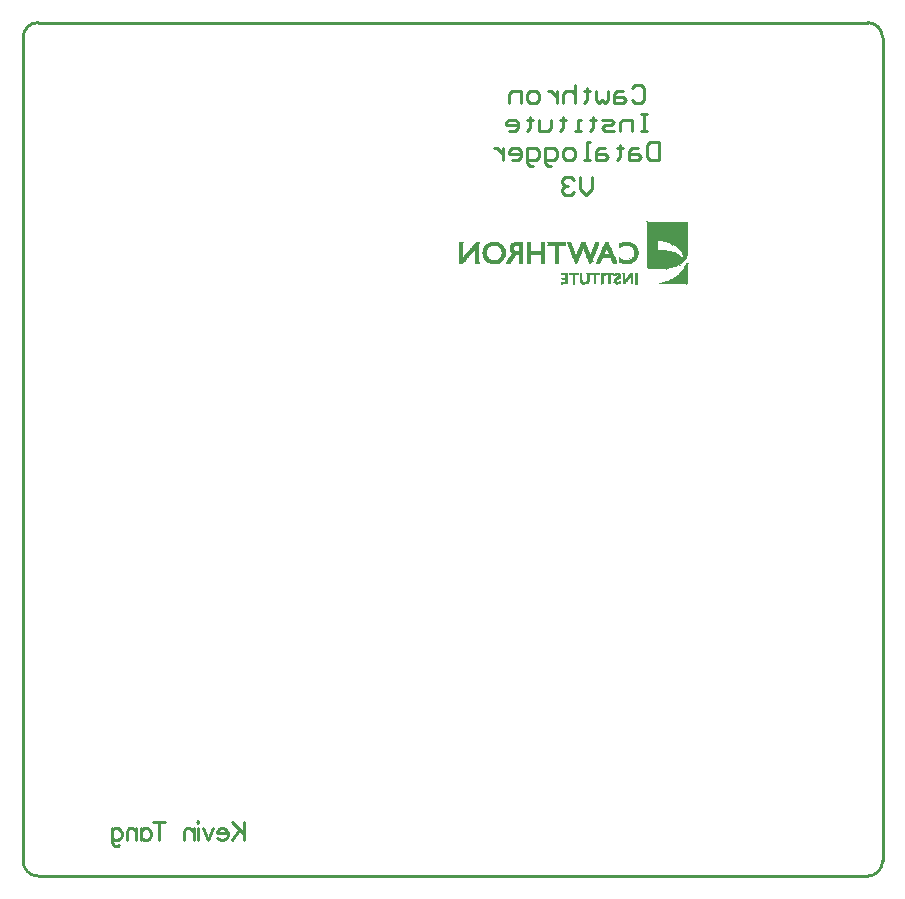
<source format=gbo>
G04 Layer_Color=32896*
%FSLAX25Y25*%
%MOIN*%
G70*
G01*
G75*
%ADD14C,0.01000*%
%ADD33C,0.00100*%
D14*
X308504Y378791D02*
X309504Y379790D01*
X311503D01*
X312503Y378791D01*
Y374792D01*
X311503Y373792D01*
X309504D01*
X308504Y374792D01*
X305505Y377791D02*
X303506D01*
X302506Y376791D01*
Y373792D01*
X305505D01*
X306505Y374792D01*
X305505Y375792D01*
X302506D01*
X300507Y377791D02*
Y374792D01*
X299507Y373792D01*
X298507Y374792D01*
X297508Y373792D01*
X296508Y374792D01*
Y377791D01*
X293509Y378791D02*
Y377791D01*
X294509D01*
X292509D01*
X293509D01*
Y374792D01*
X292509Y373792D01*
X289510Y379790D02*
Y373792D01*
Y376791D01*
X288510Y377791D01*
X286511D01*
X285511Y376791D01*
Y373792D01*
X283512Y377791D02*
Y373792D01*
Y375792D01*
X282512Y376791D01*
X281513Y377791D01*
X280513D01*
X276514Y373792D02*
X274515D01*
X273515Y374792D01*
Y376791D01*
X274515Y377791D01*
X276514D01*
X277514Y376791D01*
Y374792D01*
X276514Y373792D01*
X271516D02*
Y377791D01*
X268517D01*
X267517Y376791D01*
Y373792D01*
X313502Y370193D02*
X311503D01*
X312503D01*
Y364195D01*
X313502D01*
X311503D01*
X308504D02*
Y368193D01*
X305505D01*
X304505Y367194D01*
Y364195D01*
X302506D02*
X299507D01*
X298507Y365194D01*
X299507Y366194D01*
X301506D01*
X302506Y367194D01*
X301506Y368193D01*
X298507D01*
X295508Y369193D02*
Y368193D01*
X296508D01*
X294509D01*
X295508D01*
Y365194D01*
X294509Y364195D01*
X291510D02*
X289510D01*
X290510D01*
Y368193D01*
X291510D01*
X285511Y369193D02*
Y368193D01*
X286511D01*
X284512D01*
X285511D01*
Y365194D01*
X284512Y364195D01*
X281513Y368193D02*
Y365194D01*
X280513Y364195D01*
X277514D01*
Y368193D01*
X274515Y369193D02*
Y368193D01*
X275515D01*
X273515D01*
X274515D01*
Y365194D01*
X273515Y364195D01*
X267517D02*
X269517D01*
X270516Y365194D01*
Y367194D01*
X269517Y368193D01*
X267517D01*
X266518Y367194D01*
Y366194D01*
X270516D01*
X317501Y360595D02*
Y354597D01*
X314502D01*
X313502Y355597D01*
Y359595D01*
X314502Y360595D01*
X317501D01*
X310503Y358596D02*
X308504D01*
X307504Y357596D01*
Y354597D01*
X310503D01*
X311503Y355597D01*
X310503Y356596D01*
X307504D01*
X304505Y359595D02*
Y358596D01*
X305505D01*
X303506D01*
X304505D01*
Y355597D01*
X303506Y354597D01*
X299507Y358596D02*
X297508D01*
X296508Y357596D01*
Y354597D01*
X299507D01*
X300507Y355597D01*
X299507Y356596D01*
X296508D01*
X294509Y354597D02*
X292509D01*
X293509D01*
Y360595D01*
X294509D01*
X288510Y354597D02*
X286511D01*
X285511Y355597D01*
Y357596D01*
X286511Y358596D01*
X288510D01*
X289510Y357596D01*
Y355597D01*
X288510Y354597D01*
X281513Y352598D02*
X280513D01*
X279513Y353597D01*
Y358596D01*
X282512D01*
X283512Y357596D01*
Y355597D01*
X282512Y354597D01*
X279513D01*
X275515Y352598D02*
X274515D01*
X273515Y353597D01*
Y358596D01*
X276514D01*
X277514Y357596D01*
Y355597D01*
X276514Y354597D01*
X273515D01*
X268517D02*
X270516D01*
X271516Y355597D01*
Y357596D01*
X270516Y358596D01*
X268517D01*
X267517Y357596D01*
Y356596D01*
X271516D01*
X265518Y358596D02*
Y354597D01*
Y356596D01*
X264518Y357596D01*
X263519Y358596D01*
X262519D01*
X295008Y348998D02*
Y344999D01*
X293009Y343000D01*
X291010Y344999D01*
Y348998D01*
X289010Y347998D02*
X288011Y348998D01*
X286011D01*
X285012Y347998D01*
Y346999D01*
X286011Y345999D01*
X287011D01*
X286011D01*
X285012Y344999D01*
Y344000D01*
X286011Y343000D01*
X288011D01*
X289010Y344000D01*
X179000Y133999D02*
Y128000D01*
X175001Y133999D02*
X179000Y130000D01*
X177572Y131428D02*
X175001Y128000D01*
X173658Y130285D02*
X170230D01*
Y130857D01*
X170516Y131428D01*
X170802Y131713D01*
X171373Y131999D01*
X172230D01*
X172801Y131713D01*
X173373Y131142D01*
X173658Y130285D01*
Y129714D01*
X173373Y128857D01*
X172801Y128286D01*
X172230Y128000D01*
X171373D01*
X170802Y128286D01*
X170230Y128857D01*
X168945Y131999D02*
X167231Y128000D01*
X165517Y131999D02*
X167231Y128000D01*
X163975Y133999D02*
X163689Y133713D01*
X163403Y133999D01*
X163689Y134284D01*
X163975Y133999D01*
X163689Y131999D02*
Y128000D01*
X162346Y131999D02*
Y128000D01*
Y130857D02*
X161489Y131713D01*
X160918Y131999D01*
X160061D01*
X159490Y131713D01*
X159204Y130857D01*
Y128000D01*
X150920Y133999D02*
Y128000D01*
X152920Y133999D02*
X148921D01*
X144779Y131999D02*
Y128000D01*
Y131142D02*
X145350Y131713D01*
X145921Y131999D01*
X146778D01*
X147350Y131713D01*
X147921Y131142D01*
X148207Y130285D01*
Y129714D01*
X147921Y128857D01*
X147350Y128286D01*
X146778Y128000D01*
X145921D01*
X145350Y128286D01*
X144779Y128857D01*
X143179Y131999D02*
Y128000D01*
Y130857D02*
X142322Y131713D01*
X141751Y131999D01*
X140894D01*
X140323Y131713D01*
X140037Y130857D01*
Y128000D01*
X135038Y131999D02*
Y127429D01*
X135324Y126572D01*
X135609Y126286D01*
X136181Y126000D01*
X137038D01*
X137609Y126286D01*
X135038Y131142D02*
X135609Y131713D01*
X136181Y131999D01*
X137038D01*
X137609Y131713D01*
X138180Y131142D01*
X138466Y130285D01*
Y129714D01*
X138180Y128857D01*
X137609Y128286D01*
X137038Y128000D01*
X136181D01*
X135609Y128286D01*
X135038Y128857D01*
X392000Y395500D02*
G03*
X387000Y400500I-5000J0D01*
G01*
Y116000D02*
G03*
X392000Y121000I0J5000D01*
G01*
X105500D02*
G03*
X110500Y116000I5000J0D01*
G01*
Y400500D02*
G03*
X105500Y395500I0J-5000D01*
G01*
X280000Y400500D02*
X387000D01*
X392000Y121000D02*
Y395500D01*
X110500Y116000D02*
X387000D01*
X105500Y121000D02*
Y395500D01*
X110500Y400500D02*
X281500D01*
D33*
X291800Y313300D02*
X291900D01*
X284900Y313400D02*
X285000D01*
X288800D02*
X288900D01*
X309600D02*
X309700D01*
X326500D02*
X326600D01*
X289200Y313500D02*
X289300D01*
X291900D02*
X292000D01*
X292400D02*
X292600D01*
X298000D02*
X298100D01*
X303000D02*
X303100D01*
X303500D02*
X303600D01*
X310000D02*
X310100D01*
X284800Y313600D02*
X286900D01*
X288700D02*
X289300D01*
X291600D02*
X291700D01*
X291800D02*
X293200D01*
X295700D02*
X296300D01*
X298100D02*
X298700D01*
X300500D02*
X301100D01*
X302800D02*
X302900D01*
X303000D02*
X304100D01*
X304200D02*
X304400D01*
X305400D02*
X305900D01*
X308100D02*
X308600D01*
X309500D02*
X310100D01*
X317400D02*
X326700D01*
X284800Y313700D02*
X286900D01*
X288700D02*
X289300D01*
X291600D02*
X293400D01*
X295700D02*
X296300D01*
X298100D02*
X298700D01*
X300500D02*
X301100D01*
X302900D02*
X304300D01*
X305400D02*
X306000D01*
X308100D02*
X308600D01*
X309500D02*
X310100D01*
X317700D02*
X326700D01*
X284800Y313800D02*
X286900D01*
X288700D02*
X289300D01*
X291500D02*
X293500D01*
X293600D02*
X293700D01*
X295700D02*
X296300D01*
X298100D02*
X298700D01*
X300500D02*
X301100D01*
X302800D02*
X304500D01*
X305400D02*
X306100D01*
X308100D02*
X308600D01*
X309500D02*
X310100D01*
X318100D02*
X326700D01*
X284800Y313900D02*
X286900D01*
X288700D02*
X289300D01*
X291400D02*
X293600D01*
X295700D02*
X296300D01*
X298100D02*
X298700D01*
X300500D02*
X301100D01*
X302300D02*
X302400D01*
X302700D02*
X304500D01*
X305400D02*
X306100D01*
X308100D02*
X308600D01*
X309500D02*
X310100D01*
X318500D02*
X326700D01*
X284800Y314000D02*
X286900D01*
X288700D02*
X289300D01*
X291300D02*
X293700D01*
X295700D02*
X296300D01*
X298100D02*
X298700D01*
X300500D02*
X301100D01*
X302600D02*
X304500D01*
X305400D02*
X306200D01*
X308100D02*
X308600D01*
X309500D02*
X310100D01*
X318900D02*
X326700D01*
X286300Y314100D02*
X286900D01*
X288700D02*
X289300D01*
X291200D02*
X292200D01*
X292900D02*
X293800D01*
X295700D02*
X296300D01*
X298100D02*
X298700D01*
X300500D02*
X301100D01*
X302600D02*
X303300D01*
X303900D02*
X304500D01*
X305400D02*
X306300D01*
X308100D02*
X308600D01*
X309500D02*
X310100D01*
X319300D02*
X326700D01*
X286300Y314200D02*
X286900D01*
X288700D02*
X289300D01*
X291100D02*
X291900D01*
X293100D02*
X293900D01*
X295700D02*
X296300D01*
X298100D02*
X298700D01*
X300500D02*
X301100D01*
X302500D02*
X303100D01*
X304100D02*
X304500D01*
X305400D02*
X306400D01*
X308100D02*
X308600D01*
X309500D02*
X310100D01*
X319600D02*
X326700D01*
X286300Y314300D02*
X286900D01*
X288700D02*
X289300D01*
X291100D02*
X291800D01*
X293000D02*
X293100D01*
X293200D02*
X293900D01*
X295700D02*
X296300D01*
X298100D02*
X298700D01*
X300500D02*
X301100D01*
X302500D02*
X303100D01*
X304200D02*
X304500D01*
X305400D02*
X306500D01*
X308100D02*
X308600D01*
X309500D02*
X310100D01*
X319900D02*
X326700D01*
X286300Y314400D02*
X286900D01*
X288700D02*
X289300D01*
X291100D02*
X291700D01*
X293000D02*
X293100D01*
X293300D02*
X294000D01*
X295700D02*
X296300D01*
X298100D02*
X298700D01*
X300500D02*
X301100D01*
X302500D02*
X303100D01*
X304300D02*
X304500D01*
X305400D02*
X306600D01*
X308100D02*
X308600D01*
X309500D02*
X310100D01*
X320200D02*
X326700D01*
X286300Y314500D02*
X286900D01*
X288700D02*
X289300D01*
X291000D02*
X291600D01*
X293400D02*
X294000D01*
X295700D02*
X296300D01*
X298100D02*
X298700D01*
X300500D02*
X301100D01*
X302500D02*
X303100D01*
X305400D02*
X306700D01*
X308100D02*
X308600D01*
X309500D02*
X310100D01*
X320500D02*
X326700D01*
X286300Y314600D02*
X286900D01*
X288700D02*
X289300D01*
X291000D02*
X291600D01*
X293400D02*
X294000D01*
X295700D02*
X296300D01*
X298100D02*
X298700D01*
X300500D02*
X301100D01*
X302500D02*
X303100D01*
X305400D02*
X305900D01*
X306000D02*
X306800D01*
X308100D02*
X308600D01*
X309500D02*
X310100D01*
X320700D02*
X326700D01*
X286300Y314700D02*
X286900D01*
X288700D02*
X289300D01*
X291000D02*
X291600D01*
X291700D02*
X291800D01*
X293400D02*
X294000D01*
X295700D02*
X296300D01*
X298100D02*
X298700D01*
X300500D02*
X301100D01*
X302500D02*
X303200D01*
X305400D02*
X305900D01*
X306100D02*
X306800D01*
X308100D02*
X308600D01*
X309500D02*
X310100D01*
X320900D02*
X326700D01*
X286300Y314800D02*
X286900D01*
X288700D02*
X289300D01*
X291000D02*
X291600D01*
X293400D02*
X294000D01*
X295700D02*
X296300D01*
X298100D02*
X298700D01*
X300500D02*
X301100D01*
X302500D02*
X303200D01*
X305400D02*
X305900D01*
X306200D02*
X306900D01*
X308100D02*
X308600D01*
X309500D02*
X310100D01*
X321200D02*
X326700D01*
X286300Y314900D02*
X286900D01*
X288700D02*
X289300D01*
X291000D02*
X291600D01*
X293400D02*
X294000D01*
X295700D02*
X296300D01*
X298100D02*
X298700D01*
X300500D02*
X301100D01*
X302600D02*
X303400D01*
X305400D02*
X305900D01*
X306100D02*
X306200D01*
X306300D02*
X307000D01*
X308100D02*
X308600D01*
X309500D02*
X310100D01*
X321400D02*
X326700D01*
X286300Y315000D02*
X286900D01*
X288700D02*
X289300D01*
X291000D02*
X291600D01*
X293400D02*
X294000D01*
X295700D02*
X296300D01*
X298100D02*
X298700D01*
X300500D02*
X301100D01*
X302600D02*
X303500D01*
X305400D02*
X305900D01*
X306400D02*
X307100D01*
X308100D02*
X308600D01*
X309500D02*
X310100D01*
X321100D02*
X321200D01*
X321600D02*
X326700D01*
X285000Y315100D02*
X286900D01*
X288700D02*
X289300D01*
X291000D02*
X291600D01*
X293400D02*
X294000D01*
X295700D02*
X296300D01*
X298100D02*
X298700D01*
X300500D02*
X301100D01*
X302700D02*
X303700D01*
X305400D02*
X305900D01*
X306400D02*
X307200D01*
X308100D02*
X308600D01*
X309500D02*
X310100D01*
X321800D02*
X326700D01*
X284900Y315200D02*
X286900D01*
X288700D02*
X289300D01*
X291000D02*
X291600D01*
X293400D02*
X294000D01*
X295700D02*
X296300D01*
X298100D02*
X298700D01*
X300500D02*
X301100D01*
X302800D02*
X303800D01*
X305400D02*
X305900D01*
X306500D02*
X307300D01*
X308100D02*
X308600D01*
X309500D02*
X310100D01*
X322000D02*
X326700D01*
X284900Y315300D02*
X286900D01*
X288700D02*
X289300D01*
X291000D02*
X291600D01*
X293400D02*
X294000D01*
X295700D02*
X296300D01*
X298100D02*
X298700D01*
X300500D02*
X301100D01*
X302900D02*
X304000D01*
X305400D02*
X305900D01*
X306600D02*
X307400D01*
X308100D02*
X308600D01*
X309500D02*
X310100D01*
X322200D02*
X326700D01*
X284900Y315400D02*
X286900D01*
X288700D02*
X289300D01*
X291000D02*
X291600D01*
X293400D02*
X294000D01*
X295700D02*
X296300D01*
X298100D02*
X298700D01*
X300500D02*
X301100D01*
X303000D02*
X304100D01*
X305400D02*
X305900D01*
X306700D02*
X307400D01*
X308100D02*
X308600D01*
X309500D02*
X310100D01*
X322200D02*
X322300D01*
X322400D02*
X326700D01*
X284900Y315500D02*
X286900D01*
X288700D02*
X289300D01*
X291000D02*
X291600D01*
X293400D02*
X294000D01*
X295700D02*
X296300D01*
X298100D02*
X298700D01*
X300500D02*
X301100D01*
X303200D02*
X304200D01*
X304300D02*
X304400D01*
X305400D02*
X305900D01*
X306800D02*
X307500D01*
X308100D02*
X308600D01*
X309500D02*
X310100D01*
X322500D02*
X326700D01*
X286300Y315600D02*
X286900D01*
X288700D02*
X289300D01*
X291000D02*
X291600D01*
X293400D02*
X294000D01*
X295700D02*
X296300D01*
X298100D02*
X298700D01*
X300500D02*
X301100D01*
X303400D02*
X304300D01*
X305400D02*
X305900D01*
X306900D02*
X307600D01*
X308100D02*
X308600D01*
X309500D02*
X310100D01*
X322400D02*
X322500D01*
X322700D02*
X326700D01*
X286300Y315700D02*
X286900D01*
X288700D02*
X289300D01*
X291000D02*
X291600D01*
X293400D02*
X294000D01*
X295700D02*
X296300D01*
X298100D02*
X298700D01*
X300500D02*
X301100D01*
X303300D02*
X303400D01*
X303500D02*
X304400D01*
X305400D02*
X305900D01*
X307000D02*
X307700D01*
X308100D02*
X308600D01*
X309500D02*
X310100D01*
X322400D02*
X322500D01*
X322900D02*
X326700D01*
X286300Y315800D02*
X286900D01*
X288700D02*
X289300D01*
X291000D02*
X291600D01*
X293400D02*
X294000D01*
X295700D02*
X296300D01*
X298100D02*
X298700D01*
X300500D02*
X301100D01*
X303700D02*
X304500D01*
X305400D02*
X305900D01*
X307100D02*
X307800D01*
X308100D02*
X308600D01*
X309500D02*
X310100D01*
X323000D02*
X326700D01*
X286300Y315900D02*
X286900D01*
X288700D02*
X289300D01*
X291000D02*
X291600D01*
X293400D02*
X294000D01*
X295700D02*
X296300D01*
X298100D02*
X298700D01*
X300500D02*
X301100D01*
X303600D02*
X303700D01*
X303800D02*
X304500D01*
X305400D02*
X305900D01*
X307100D02*
X307900D01*
X308100D02*
X308600D01*
X309500D02*
X310100D01*
X323100D02*
X326700D01*
X286300Y316000D02*
X286900D01*
X288700D02*
X289300D01*
X291000D02*
X291600D01*
X293400D02*
X294000D01*
X295700D02*
X296300D01*
X298100D02*
X298700D01*
X300500D02*
X301100D01*
X303900D02*
X304500D01*
X305400D02*
X305900D01*
X307200D02*
X308000D01*
X308100D02*
X308600D01*
X309500D02*
X310100D01*
X323300D02*
X326700D01*
X286300Y316100D02*
X286900D01*
X288700D02*
X289300D01*
X291000D02*
X291600D01*
X293400D02*
X294000D01*
X295700D02*
X296300D01*
X298100D02*
X298700D01*
X300500D02*
X301100D01*
X304000D02*
X304500D01*
X305400D02*
X305900D01*
X307300D02*
X308000D01*
X308100D02*
X308600D01*
X309500D02*
X310100D01*
X323200D02*
X323300D01*
X323400D02*
X326700D01*
X286300Y316200D02*
X286900D01*
X288700D02*
X289300D01*
X291000D02*
X291600D01*
X293400D02*
X294000D01*
X295700D02*
X296300D01*
X298100D02*
X298700D01*
X300500D02*
X301100D01*
X304000D02*
X304500D01*
X305400D02*
X305900D01*
X307400D02*
X308600D01*
X309500D02*
X310100D01*
X323600D02*
X326700D01*
X286300Y316300D02*
X286900D01*
X288700D02*
X289300D01*
X291000D02*
X291600D01*
X293400D02*
X294000D01*
X295700D02*
X296300D01*
X298100D02*
X298700D01*
X300500D02*
X301100D01*
X302600D02*
X302800D01*
X304000D02*
X304500D01*
X305400D02*
X305900D01*
X307200D02*
X307300D01*
X307500D02*
X308600D01*
X309500D02*
X310100D01*
X323700D02*
X326700D01*
X286300Y316400D02*
X286900D01*
X288700D02*
X289300D01*
X291000D02*
X291600D01*
X293400D02*
X294000D01*
X295700D02*
X296300D01*
X298100D02*
X298700D01*
X300500D02*
X301100D01*
X302600D02*
X302900D01*
X303700D02*
X303800D01*
X303900D02*
X304500D01*
X305400D02*
X305900D01*
X307600D02*
X308600D01*
X309500D02*
X310100D01*
X323800D02*
X326700D01*
X286300Y316500D02*
X286900D01*
X288700D02*
X289300D01*
X291000D02*
X291600D01*
X293400D02*
X294000D01*
X295700D02*
X296300D01*
X298100D02*
X298700D01*
X299300D02*
X299400D01*
X300500D02*
X301100D01*
X302200D02*
X302300D01*
X302600D02*
X303200D01*
X303800D02*
X304500D01*
X305400D02*
X305900D01*
X307700D02*
X308600D01*
X309500D02*
X310100D01*
X323900D02*
X326700D01*
X284900Y316600D02*
X286900D01*
X287600D02*
X290500D01*
X291000D02*
X291600D01*
X293400D02*
X294000D01*
X294500D02*
X297500D01*
X298100D02*
X298700D01*
X299300D02*
X302300D01*
X302600D02*
X304400D01*
X305400D02*
X305900D01*
X307600D02*
X307700D01*
X307800D02*
X308600D01*
X309500D02*
X310100D01*
X324000D02*
X326700D01*
X284900Y316700D02*
X286900D01*
X287600D02*
X290500D01*
X291000D02*
X291600D01*
X293400D02*
X294000D01*
X294500D02*
X297600D01*
X298100D02*
X298700D01*
X299300D02*
X302200D01*
X302600D02*
X304500D01*
X305400D02*
X305900D01*
X307700D02*
X307800D01*
X307900D02*
X308600D01*
X309500D02*
X310100D01*
X324100D02*
X326700D01*
X284900Y316800D02*
X286900D01*
X287600D02*
X290500D01*
X291000D02*
X291600D01*
X293400D02*
X294000D01*
X294500D02*
X297500D01*
X298100D02*
X298800D01*
X299300D02*
X302200D01*
X302600D02*
X304300D01*
X305400D02*
X305900D01*
X307900D02*
X308600D01*
X309400D02*
X310100D01*
X324200D02*
X326700D01*
X284900Y316900D02*
X286900D01*
X287600D02*
X290500D01*
X291000D02*
X291600D01*
X293400D02*
X294000D01*
X294500D02*
X297500D01*
X298100D02*
X298700D01*
X299300D02*
X302200D01*
X302700D02*
X304100D01*
X305400D02*
X305900D01*
X308000D02*
X308600D01*
X309500D02*
X310100D01*
X324300D02*
X326700D01*
X284900Y317000D02*
X286900D01*
X287600D02*
X290500D01*
X291000D02*
X291600D01*
X293400D02*
X294000D01*
X294500D02*
X297500D01*
X298100D02*
X298700D01*
X299300D02*
X302200D01*
X302700D02*
X302800D01*
X302900D02*
X304000D01*
X305400D02*
X305900D01*
X307900D02*
X308000D01*
X308100D02*
X308600D01*
X309500D02*
X310100D01*
X324400D02*
X326700D01*
X284800Y317100D02*
X284900D01*
X293300D02*
X293400D01*
X303400D02*
X303700D01*
X305300D02*
X305400D01*
X310000D02*
X310100D01*
X324500D02*
X326700D01*
X324600Y317200D02*
X326700D01*
X324500Y317300D02*
X324600D01*
X324700D02*
X326700D01*
X324800Y317400D02*
X326700D01*
X324900Y317500D02*
X326700D01*
X324800Y317600D02*
X324900D01*
X325000D02*
X326700D01*
X325000Y317700D02*
X326700D01*
X325100Y317800D02*
X326700D01*
X325000Y317900D02*
X325100D01*
X325200D02*
X326700D01*
X325300Y318000D02*
X326700D01*
X325300Y318100D02*
X326700D01*
X325400Y318200D02*
X326700D01*
X325500Y318300D02*
X326700D01*
X325400Y318400D02*
X325500D01*
X325600D02*
X326700D01*
X319700Y318500D02*
X319800D01*
X325600D02*
X326700D01*
X316100Y318600D02*
X318400D01*
X325700D02*
X326700D01*
X314700Y318700D02*
X319700D01*
X320400D02*
X320500D01*
X325800D02*
X326700D01*
X313700Y318800D02*
X320500D01*
X325800D02*
X326700D01*
X313400Y318900D02*
X321000D01*
X325900D02*
X326700D01*
X313400Y319000D02*
X321500D01*
X325900D02*
X326700D01*
X313400Y319100D02*
X321800D01*
X326000D02*
X326700D01*
X313400Y319200D02*
X322100D01*
X326000D02*
X326700D01*
X313400Y319300D02*
X322400D01*
X325800D02*
X325900D01*
X326100D02*
X326700D01*
X313400Y319400D02*
X322700D01*
X326100D02*
X326700D01*
X313400Y319500D02*
X322900D01*
X323000D02*
X323100D01*
X326200D02*
X326700D01*
X313400Y319600D02*
X323200D01*
X326200D02*
X326700D01*
X313400Y319700D02*
X323400D01*
X326300D02*
X326700D01*
X313400Y319800D02*
X323600D01*
X324300D02*
X324400D01*
X326300D02*
X326700D01*
X313400Y319900D02*
X323800D01*
X326400D02*
X326700D01*
X313400Y320000D02*
X324000D01*
X324100D02*
X324200D01*
X326400D02*
X326700D01*
X313400Y320100D02*
X324100D01*
X326400D02*
X326700D01*
X313400Y320200D02*
X324300D01*
X326500D02*
X326700D01*
X250900Y320300D02*
X251000D01*
X251100D02*
X251200D01*
X262100D02*
X262600D01*
X267200D02*
X267300D01*
X267600D02*
X267700D01*
X274100D02*
X274200D01*
X274400D02*
X274500D01*
X278200D02*
X278300D01*
X278400D02*
X278500D01*
X296600D02*
X296700D01*
X306200D02*
X307000D01*
X313400D02*
X324500D01*
X326500D02*
X326700D01*
X251000Y320400D02*
X251800D01*
X256400D02*
X257300D01*
X261400D02*
X263400D01*
X263900D02*
X264000D01*
X266400D02*
X267600D01*
X270700D02*
X271700D01*
X273400D02*
X274400D01*
X278200D02*
X279200D01*
X282900D02*
X283000D01*
X283700D02*
X283800D01*
X289600D02*
X289900D01*
X294300D02*
X294600D01*
X296500D02*
X297500D01*
X302200D02*
X303200D01*
X305500D02*
X307600D01*
X307900D02*
X308000D01*
X313400D02*
X324600D01*
X326500D02*
X326700D01*
X326900D02*
X327000D01*
X250900Y320500D02*
X251900D01*
X256300D02*
X257400D01*
X261100D02*
X263700D01*
X266400D02*
X267700D01*
X270700D02*
X271700D01*
X273400D02*
X274500D01*
X278200D02*
X279300D01*
X282800D02*
X283900D01*
X289500D02*
X289900D01*
X294300D02*
X294600D01*
X296500D02*
X297600D01*
X302200D02*
X303300D01*
X305100D02*
X308000D01*
X313400D02*
X324800D01*
X326600D02*
X326700D01*
X250900Y320600D02*
X252000D01*
X256300D02*
X257400D01*
X260800D02*
X264000D01*
X266500D02*
X267700D01*
X270700D02*
X271700D01*
X273400D02*
X274500D01*
X278200D02*
X279300D01*
X282800D02*
X283900D01*
X289500D02*
X290000D01*
X294200D02*
X294700D01*
X296400D02*
X297700D01*
X302100D02*
X303200D01*
X304800D02*
X308200D01*
X313400D02*
X324900D01*
X250900Y320700D02*
X252100D01*
X256300D02*
X257300D01*
X260600D02*
X264200D01*
X266500D02*
X267800D01*
X270700D02*
X271700D01*
X273400D02*
X274500D01*
X278200D02*
X279300D01*
X282800D02*
X283900D01*
X289500D02*
X290000D01*
X294200D02*
X294700D01*
X296400D02*
X296500D01*
X296600D02*
X297700D01*
X302100D02*
X303200D01*
X304600D02*
X308400D01*
X313400D02*
X325100D01*
X250900Y320800D02*
X252200D01*
X256300D02*
X257300D01*
X260100D02*
X260200D01*
X260400D02*
X264400D01*
X266600D02*
X267900D01*
X270700D02*
X271700D01*
X273400D02*
X274500D01*
X278200D02*
X279300D01*
X282800D02*
X283900D01*
X289400D02*
X290100D01*
X294100D02*
X294800D01*
X296700D02*
X297900D01*
X301900D02*
X303100D01*
X304100D02*
X304200D01*
X304300D02*
X308600D01*
X313400D02*
X325100D01*
X250900Y320900D02*
X252300D01*
X256300D02*
X257300D01*
X260200D02*
X264500D01*
X266700D02*
X267900D01*
X270700D02*
X271700D01*
X273400D02*
X274500D01*
X278200D02*
X279300D01*
X282800D02*
X283900D01*
X289400D02*
X290100D01*
X294100D02*
X294800D01*
X296700D02*
X297800D01*
X302000D02*
X303100D01*
X304100D02*
X308800D01*
X313400D02*
X325200D01*
X250900Y321000D02*
X252300D01*
X256300D02*
X257300D01*
X260100D02*
X264700D01*
X266800D02*
X268000D01*
X270700D02*
X271700D01*
X273400D02*
X274500D01*
X278200D02*
X279300D01*
X282800D02*
X283900D01*
X289300D02*
X290100D01*
X294100D02*
X294800D01*
X296700D02*
X297800D01*
X301900D02*
X303000D01*
X304100D02*
X308900D01*
X313400D02*
X325400D01*
X250900Y321100D02*
X252400D01*
X252700D02*
X252800D01*
X256300D02*
X257300D01*
X259900D02*
X264800D01*
X266800D02*
X268100D01*
X270700D02*
X271700D01*
X273400D02*
X274500D01*
X278200D02*
X279300D01*
X282800D02*
X283900D01*
X289300D02*
X290200D01*
X293900D02*
X294900D01*
X295300D02*
X295400D01*
X296800D02*
X297900D01*
X301900D02*
X303000D01*
X304100D02*
X309100D01*
X309200D02*
X309300D01*
X313400D02*
X325400D01*
X250900Y321200D02*
X252500D01*
X256300D02*
X257300D01*
X259800D02*
X264900D01*
X266900D02*
X268100D01*
X270700D02*
X271700D01*
X273400D02*
X274500D01*
X278200D02*
X279300D01*
X282800D02*
X283900D01*
X289300D02*
X290200D01*
X290300D02*
X290400D01*
X294000D02*
X294900D01*
X296800D02*
X297900D01*
X301900D02*
X303000D01*
X304100D02*
X309200D01*
X313400D02*
X325500D01*
X250900Y321300D02*
X252600D01*
X256300D02*
X257300D01*
X259700D02*
X262300D01*
X262500D02*
X265000D01*
X267000D02*
X268200D01*
X270700D02*
X271700D01*
X273400D02*
X274500D01*
X278200D02*
X279300D01*
X282800D02*
X283900D01*
X289200D02*
X290400D01*
X293900D02*
X295000D01*
X296900D02*
X298000D01*
X301600D02*
X301700D01*
X301800D02*
X302900D01*
X304100D02*
X306500D01*
X306700D02*
X309300D01*
X313400D02*
X325600D01*
X250900Y321400D02*
X252700D01*
X256300D02*
X257300D01*
X259600D02*
X261600D01*
X263200D02*
X265100D01*
X267000D02*
X268200D01*
X268300D02*
X268400D01*
X270700D02*
X271700D01*
X273400D02*
X274500D01*
X278200D02*
X279300D01*
X282800D02*
X283900D01*
X289200D02*
X290300D01*
X293900D02*
X295000D01*
X296800D02*
X298000D01*
X301600D02*
X301700D01*
X301800D02*
X302900D01*
X304100D02*
X305700D01*
X307100D02*
X307200D01*
X307400D02*
X309400D01*
X313400D02*
X325700D01*
X250900Y321500D02*
X252800D01*
X256300D02*
X257300D01*
X259500D02*
X261300D01*
X261500D02*
X261600D01*
X263400D02*
X265200D01*
X267100D02*
X268300D01*
X270700D02*
X271700D01*
X273400D02*
X274500D01*
X278200D02*
X279300D01*
X282800D02*
X283900D01*
X289100D02*
X290300D01*
X290400D02*
X290500D01*
X293800D02*
X295000D01*
X297000D02*
X298100D01*
X301600D02*
X302800D01*
X304100D02*
X305300D01*
X307700D02*
X309500D01*
X313400D02*
X325800D01*
X250900Y321600D02*
X252900D01*
X256300D02*
X257300D01*
X259400D02*
X261100D01*
X263700D02*
X265300D01*
X267200D02*
X268400D01*
X270700D02*
X271700D01*
X273400D02*
X274500D01*
X278200D02*
X279300D01*
X282800D02*
X283900D01*
X289100D02*
X290500D01*
X293800D02*
X295100D01*
X296900D02*
X298100D01*
X301700D02*
X302800D01*
X304100D02*
X305000D01*
X307900D02*
X309600D01*
X313400D02*
X325900D01*
X250900Y321700D02*
X253000D01*
X256300D02*
X257300D01*
X259400D02*
X260900D01*
X263900D02*
X265400D01*
X267200D02*
X268400D01*
X270700D02*
X271700D01*
X273400D02*
X274500D01*
X278200D02*
X279300D01*
X282800D02*
X283900D01*
X289100D02*
X290400D01*
X293800D02*
X295100D01*
X296900D02*
X297000D01*
X297100D02*
X298200D01*
X301500D02*
X302700D01*
X304100D02*
X304800D01*
X304900D02*
X305100D01*
X307900D02*
X308000D01*
X308100D02*
X309700D01*
X309800D02*
X309900D01*
X313400D02*
X325400D01*
X325500D02*
X326000D01*
X250900Y321800D02*
X253000D01*
X256300D02*
X257300D01*
X259100D02*
X259200D01*
X259300D02*
X260800D01*
X264000D02*
X265500D01*
X267300D02*
X268500D01*
X270700D02*
X271700D01*
X273400D02*
X274500D01*
X278200D02*
X279300D01*
X282800D02*
X283900D01*
X289000D02*
X290500D01*
X293700D02*
X295200D01*
X296900D02*
X297000D01*
X297100D02*
X298200D01*
X301600D02*
X302700D01*
X304100D02*
X304600D01*
X308200D02*
X309700D01*
X313400D02*
X325400D01*
X325500D02*
X326000D01*
X250900Y321900D02*
X253100D01*
X256300D02*
X257300D01*
X259100D02*
X260600D01*
X264100D02*
X265500D01*
X267300D02*
X268600D01*
X270700D02*
X271700D01*
X273400D02*
X274500D01*
X278200D02*
X279300D01*
X282800D02*
X283900D01*
X289000D02*
X290500D01*
X293700D02*
X295200D01*
X297100D02*
X298400D01*
X301600D02*
X302700D01*
X304100D02*
X304400D01*
X307500D02*
X307600D01*
X308400D02*
X309800D01*
X313400D02*
X325300D01*
X325500D02*
X326100D01*
X250900Y322000D02*
X253200D01*
X256300D02*
X257300D01*
X259200D02*
X260500D01*
X264200D02*
X265600D01*
X267400D02*
X268600D01*
X270700D02*
X271700D01*
X273400D02*
X274500D01*
X278200D02*
X279300D01*
X282800D02*
X283900D01*
X288900D02*
X290500D01*
X293600D02*
X295300D01*
X297200D02*
X298300D01*
X301500D02*
X302600D01*
X304100D02*
X304300D01*
X308500D02*
X309900D01*
X313400D02*
X325200D01*
X325500D02*
X326200D01*
X250900Y322100D02*
X253300D01*
X256300D02*
X257300D01*
X259100D02*
X260400D01*
X264300D02*
X265600D01*
X267500D02*
X268700D01*
X270700D02*
X271700D01*
X273400D02*
X274500D01*
X278200D02*
X279300D01*
X282800D02*
X283900D01*
X288900D02*
X290600D01*
X293600D02*
X295300D01*
X297200D02*
X298300D01*
X301500D02*
X302700D01*
X308600D02*
X309900D01*
X313400D02*
X325100D01*
X325500D02*
X326200D01*
X326300D02*
X326400D01*
X250900Y322200D02*
X251900D01*
X252000D02*
X253400D01*
X256300D02*
X257300D01*
X259100D02*
X260300D01*
X264400D02*
X265700D01*
X267500D02*
X268800D01*
X270700D02*
X271700D01*
X273400D02*
X274500D01*
X278200D02*
X279300D01*
X282800D02*
X283900D01*
X288900D02*
X290600D01*
X293400D02*
X293500D01*
X293600D02*
X295300D01*
X297300D02*
X298400D01*
X301400D02*
X302500D01*
X302600D02*
X302700D01*
X304100D02*
X304200D01*
X308500D02*
X308600D01*
X308700D02*
X310000D01*
X313400D02*
X325000D01*
X325500D02*
X326300D01*
X250900Y322300D02*
X251900D01*
X252100D02*
X253500D01*
X256300D02*
X257300D01*
X259000D02*
X260300D01*
X260500D02*
X260600D01*
X264500D02*
X265800D01*
X267600D02*
X268800D01*
X270700D02*
X271700D01*
X273400D02*
X274500D01*
X278200D02*
X279300D01*
X282800D02*
X283900D01*
X288800D02*
X290600D01*
X293400D02*
X295400D01*
X297300D02*
X298400D01*
X301400D02*
X302600D01*
X308800D02*
X310000D01*
X313400D02*
X324900D01*
X325500D02*
X326300D01*
X326400D02*
X326500D01*
X250900Y322400D02*
X251900D01*
X252200D02*
X253600D01*
X256300D02*
X257300D01*
X259000D02*
X260200D01*
X264600D02*
X265800D01*
X267700D02*
X268900D01*
X269200D02*
X269300D01*
X270700D02*
X271700D01*
X273400D02*
X274500D01*
X278200D02*
X279300D01*
X282800D02*
X283900D01*
X288600D02*
X288700D01*
X288800D02*
X290800D01*
X293300D02*
X293400D01*
X293500D02*
X295400D01*
X297400D02*
X302500D01*
X308800D02*
X310100D01*
X313400D02*
X324800D01*
X325500D02*
X326400D01*
X250900Y322500D02*
X251900D01*
X252300D02*
X253700D01*
X256300D02*
X257300D01*
X258900D02*
X260100D01*
X264600D02*
X265900D01*
X267700D02*
X269000D01*
X269100D02*
X269200D01*
X270700D02*
X271700D01*
X273400D02*
X274500D01*
X278200D02*
X279300D01*
X282800D02*
X283900D01*
X288700D02*
X290800D01*
X293400D02*
X295500D01*
X297400D02*
X302400D01*
X308900D02*
X310100D01*
X313400D02*
X324700D01*
X325500D02*
X326400D01*
X250900Y322600D02*
X251900D01*
X252400D02*
X253700D01*
X256300D02*
X257300D01*
X258900D02*
X260100D01*
X264700D02*
X265900D01*
X267800D02*
X269100D01*
X270700D02*
X271700D01*
X273400D02*
X274500D01*
X278200D02*
X279300D01*
X282800D02*
X283900D01*
X288500D02*
X288600D01*
X288700D02*
X290800D01*
X293400D02*
X295500D01*
X297500D02*
X302500D01*
X309000D02*
X310100D01*
X313400D02*
X324600D01*
X325500D02*
X326500D01*
X250900Y322700D02*
X251900D01*
X252500D02*
X253800D01*
X256300D02*
X257300D01*
X258800D02*
X260000D01*
X264700D02*
X265900D01*
X267900D02*
X269100D01*
X270700D02*
X271700D01*
X273400D02*
X274500D01*
X278200D02*
X279300D01*
X282800D02*
X283900D01*
X288700D02*
X290800D01*
X293300D02*
X295500D01*
X297500D02*
X302300D01*
X309000D02*
X310200D01*
X313400D02*
X324500D01*
X325500D02*
X326500D01*
X250900Y322800D02*
X251900D01*
X252500D02*
X253900D01*
X256300D02*
X257300D01*
X258800D02*
X260000D01*
X264800D02*
X266000D01*
X267900D02*
X269200D01*
X270700D02*
X271700D01*
X273400D02*
X274500D01*
X278200D02*
X279300D01*
X282800D02*
X283900D01*
X288500D02*
X289700D01*
X289800D02*
X290900D01*
X293200D02*
X294400D01*
X294500D02*
X295600D01*
X297500D02*
X302300D01*
X309100D02*
X310200D01*
X313400D02*
X324400D01*
X325500D02*
X326600D01*
X250900Y322900D02*
X251900D01*
X252600D02*
X254000D01*
X256300D02*
X257300D01*
X258800D02*
X259900D01*
X264800D02*
X266000D01*
X268000D02*
X269300D01*
X270700D02*
X271700D01*
X273400D02*
X274500D01*
X278200D02*
X279300D01*
X282800D02*
X283900D01*
X288600D02*
X289600D01*
X289800D02*
X290900D01*
X293300D02*
X294300D01*
X294500D02*
X295600D01*
X297600D02*
X302200D01*
X309100D02*
X310300D01*
X313400D02*
X324300D01*
X325500D02*
X326600D01*
X250900Y323000D02*
X251900D01*
X252700D02*
X254100D01*
X256300D02*
X257300D01*
X258800D02*
X259900D01*
X264900D02*
X266000D01*
X268100D02*
X269400D01*
X270700D02*
X271700D01*
X273400D02*
X274500D01*
X278200D02*
X279300D01*
X282800D02*
X283900D01*
X288500D02*
X289600D01*
X289800D02*
X290900D01*
X293200D02*
X294300D01*
X294600D02*
X295600D01*
X297600D02*
X302200D01*
X309100D02*
X310300D01*
X313400D02*
X324100D01*
X325500D02*
X326700D01*
X250900Y323100D02*
X251900D01*
X252800D02*
X254200D01*
X256300D02*
X257300D01*
X258700D02*
X259900D01*
X264900D02*
X266000D01*
X268200D02*
X269600D01*
X270700D02*
X271700D01*
X273400D02*
X274500D01*
X278200D02*
X279300D01*
X282800D02*
X283900D01*
X288500D02*
X289500D01*
X289900D02*
X291000D01*
X293200D02*
X294400D01*
X294600D02*
X295700D01*
X297700D02*
X302100D01*
X309200D02*
X310300D01*
X313400D02*
X324000D01*
X324200D02*
X324300D01*
X325400D02*
X326700D01*
X250900Y323200D02*
X251900D01*
X252900D02*
X254300D01*
X256300D02*
X257300D01*
X258700D02*
X259800D01*
X264900D02*
X266100D01*
X268100D02*
X269700D01*
X270700D02*
X271700D01*
X273400D02*
X274500D01*
X278200D02*
X279300D01*
X282800D02*
X283900D01*
X288500D02*
X289600D01*
X289900D02*
X291000D01*
X293200D02*
X294200D01*
X294300D02*
X294400D01*
X294500D02*
X295700D01*
X297700D02*
X302100D01*
X309200D02*
X310300D01*
X313400D02*
X323900D01*
X325400D02*
X326700D01*
X250900Y323300D02*
X251900D01*
X253000D02*
X254300D01*
X256300D02*
X257300D01*
X258700D02*
X259800D01*
X264900D02*
X266100D01*
X268300D02*
X269900D01*
X270700D02*
X271700D01*
X273400D02*
X274500D01*
X278200D02*
X279300D01*
X282800D02*
X283900D01*
X288400D02*
X289500D01*
X289900D02*
X291100D01*
X293100D02*
X294200D01*
X294700D02*
X295800D01*
X297800D02*
X302100D01*
X309200D02*
X310300D01*
X313400D02*
X323700D01*
X325400D02*
X326700D01*
X250900Y323400D02*
X251900D01*
X253100D02*
X254400D01*
X254500D02*
X254600D01*
X256300D02*
X257300D01*
X258700D02*
X259800D01*
X265000D02*
X266100D01*
X268400D02*
X271700D01*
X273400D02*
X279300D01*
X282800D02*
X283900D01*
X288400D02*
X289400D01*
X290000D02*
X291100D01*
X293100D02*
X294300D01*
X294700D02*
X295800D01*
X297800D02*
X298900D01*
X300900D02*
X302000D01*
X309200D02*
X310400D01*
X313400D02*
X323500D01*
X325300D02*
X326700D01*
X250900Y323500D02*
X251900D01*
X253200D02*
X254500D01*
X256300D02*
X257300D01*
X258700D02*
X259800D01*
X265000D02*
X266100D01*
X268500D02*
X271700D01*
X273400D02*
X279300D01*
X282800D02*
X283900D01*
X288300D02*
X289400D01*
X290000D02*
X291100D01*
X291200D02*
X291300D01*
X293000D02*
X294100D01*
X294200D02*
X294300D01*
X294800D02*
X295800D01*
X297800D02*
X299000D01*
X300900D02*
X302100D01*
X309200D02*
X310400D01*
X313400D02*
X323300D01*
X325300D02*
X326700D01*
X250900Y323600D02*
X251900D01*
X253200D02*
X254600D01*
X256300D02*
X257300D01*
X258700D02*
X259900D01*
X265000D02*
X266100D01*
X268400D02*
X268500D01*
X268700D02*
X271700D01*
X273400D02*
X279300D01*
X282800D02*
X283900D01*
X288300D02*
X289300D01*
X290100D02*
X291300D01*
X293000D02*
X294100D01*
X294800D02*
X295900D01*
X296000D02*
X296100D01*
X297900D02*
X299000D01*
X300700D02*
X301900D01*
X309300D02*
X310400D01*
X313400D02*
X323200D01*
X325300D02*
X326700D01*
X250900Y323700D02*
X251900D01*
X253300D02*
X254700D01*
X256300D02*
X257300D01*
X258600D02*
X259800D01*
X265000D02*
X266100D01*
X268700D02*
X271700D01*
X273400D02*
X279300D01*
X282800D02*
X283900D01*
X288200D02*
X289300D01*
X290100D02*
X291200D01*
X291300D02*
X291400D01*
X292800D02*
X292900D01*
X293000D02*
X294000D01*
X294900D02*
X295900D01*
X298000D02*
X299100D01*
X300800D02*
X301900D01*
X309300D02*
X310400D01*
X313400D02*
X323000D01*
X325000D02*
X325100D01*
X325200D02*
X326700D01*
X250900Y323800D02*
X251900D01*
X253400D02*
X254800D01*
X256300D02*
X257300D01*
X258600D02*
X259800D01*
X265000D02*
X266100D01*
X268500D02*
X271700D01*
X273400D02*
X279300D01*
X282800D02*
X283900D01*
X288200D02*
X289300D01*
X290200D02*
X291300D01*
X292900D02*
X294000D01*
X294900D02*
X296000D01*
X298000D02*
X299100D01*
X300800D02*
X301900D01*
X309300D02*
X310400D01*
X313400D02*
X322700D01*
X322900D02*
X323000D01*
X325200D02*
X326700D01*
X250900Y323900D02*
X251900D01*
X253500D02*
X254900D01*
X256300D02*
X257300D01*
X258600D02*
X259800D01*
X265000D02*
X266100D01*
X268400D02*
X271700D01*
X273400D02*
X279300D01*
X282800D02*
X283900D01*
X288200D02*
X289200D01*
X290200D02*
X291300D01*
X292900D02*
X294000D01*
X294900D02*
X296000D01*
X298000D02*
X299200D01*
X300700D02*
X301800D01*
X309300D02*
X310400D01*
X313400D02*
X322500D01*
X322600D02*
X322700D01*
X325200D02*
X326700D01*
X250900Y324000D02*
X251900D01*
X253600D02*
X255000D01*
X256300D02*
X257300D01*
X258600D02*
X259800D01*
X265000D02*
X266100D01*
X268200D02*
X271700D01*
X273400D02*
X279300D01*
X282800D02*
X283900D01*
X288100D02*
X289200D01*
X290200D02*
X291400D01*
X292800D02*
X293900D01*
X295000D02*
X296100D01*
X298100D02*
X299200D01*
X300700D02*
X301800D01*
X309300D02*
X310400D01*
X313400D02*
X322200D01*
X325100D02*
X326700D01*
X250900Y324100D02*
X251900D01*
X253700D02*
X255000D01*
X255100D02*
X255200D01*
X256300D02*
X257300D01*
X258700D02*
X259800D01*
X265000D02*
X266100D01*
X268100D02*
X271700D01*
X273400D02*
X279300D01*
X282800D02*
X283900D01*
X288100D02*
X289100D01*
X290300D02*
X291500D01*
X292800D02*
X293900D01*
X295000D02*
X296100D01*
X298100D02*
X299300D01*
X300600D02*
X301700D01*
X309300D02*
X310400D01*
X313400D02*
X322000D01*
X325100D02*
X326700D01*
X250900Y324200D02*
X251900D01*
X253800D02*
X255100D01*
X256300D02*
X257300D01*
X258700D02*
X259800D01*
X265000D02*
X266100D01*
X268100D02*
X271700D01*
X273400D02*
X279300D01*
X282800D02*
X283900D01*
X288000D02*
X289100D01*
X290300D02*
X291400D01*
X292800D02*
X293800D01*
X295100D02*
X296100D01*
X298200D02*
X299300D01*
X300600D02*
X301700D01*
X309200D02*
X310400D01*
X313400D02*
X321600D01*
X325000D02*
X326700D01*
X250900Y324300D02*
X251900D01*
X253900D02*
X255200D01*
X256300D02*
X257300D01*
X258700D02*
X259800D01*
X265000D02*
X266100D01*
X268000D02*
X271700D01*
X273400D02*
X279300D01*
X282800D02*
X283900D01*
X288000D02*
X289100D01*
X290400D02*
X291500D01*
X292700D02*
X293800D01*
X295100D02*
X296200D01*
X298200D02*
X299500D01*
X300400D02*
X301600D01*
X309200D02*
X310300D01*
X313400D02*
X321300D01*
X324900D02*
X326700D01*
X250900Y324400D02*
X251900D01*
X253900D02*
X255300D01*
X256300D02*
X257300D01*
X258700D02*
X259800D01*
X264900D02*
X266100D01*
X267900D02*
X269500D01*
X270700D02*
X271700D01*
X273400D02*
X274600D01*
X278000D02*
X278100D01*
X278200D02*
X279300D01*
X282800D02*
X283900D01*
X288000D02*
X289000D01*
X290400D02*
X291500D01*
X292700D02*
X293700D01*
X295100D02*
X296200D01*
X298300D02*
X299500D01*
X300500D02*
X301600D01*
X309200D02*
X310300D01*
X313400D02*
X320800D01*
X321200D02*
X321400D01*
X324900D02*
X326700D01*
X250900Y324500D02*
X251900D01*
X254000D02*
X255400D01*
X256300D02*
X257300D01*
X258700D02*
X259800D01*
X264900D02*
X266100D01*
X267900D02*
X269300D01*
X270700D02*
X271700D01*
X273400D02*
X274500D01*
X278200D02*
X279300D01*
X282800D02*
X283900D01*
X287700D02*
X287800D01*
X287900D02*
X289000D01*
X290400D02*
X291500D01*
X292600D02*
X293700D01*
X295200D02*
X296200D01*
X298300D02*
X299400D01*
X300400D02*
X301500D01*
X309200D02*
X310300D01*
X313400D02*
X320300D01*
X324800D02*
X326700D01*
X250900Y324600D02*
X251900D01*
X254100D02*
X255500D01*
X256300D02*
X257300D01*
X258700D02*
X259900D01*
X264900D02*
X266000D01*
X267800D02*
X269100D01*
X270700D02*
X271700D01*
X273400D02*
X274500D01*
X278200D02*
X279300D01*
X282800D02*
X283900D01*
X287900D02*
X288900D01*
X290500D02*
X291700D01*
X292600D02*
X293700D01*
X295200D02*
X296300D01*
X298100D02*
X298200D01*
X298300D02*
X299500D01*
X300200D02*
X300300D01*
X300400D02*
X301500D01*
X309200D02*
X310300D01*
X313400D02*
X319800D01*
X324700D02*
X326700D01*
X250900Y324700D02*
X251900D01*
X254200D02*
X255600D01*
X255700D02*
X255800D01*
X256300D02*
X257300D01*
X258700D02*
X259900D01*
X264900D02*
X266000D01*
X267800D02*
X269000D01*
X270700D02*
X271700D01*
X273400D02*
X274500D01*
X278200D02*
X279300D01*
X282800D02*
X283900D01*
X287800D02*
X288900D01*
X290500D02*
X291600D01*
X292500D02*
X293600D01*
X295300D02*
X296300D01*
X298400D02*
X299500D01*
X300400D02*
X301500D01*
X309100D02*
X310300D01*
X313400D02*
X316900D01*
X317100D02*
X318500D01*
X324500D02*
X324600D01*
X324700D02*
X326700D01*
X250900Y324800D02*
X251900D01*
X254300D02*
X255700D01*
X256300D02*
X257300D01*
X258800D02*
X259900D01*
X264800D02*
X266000D01*
X267700D02*
X268900D01*
X270700D02*
X271700D01*
X273400D02*
X274500D01*
X278200D02*
X279300D01*
X282800D02*
X283900D01*
X287800D02*
X288900D01*
X290600D02*
X291700D01*
X292500D02*
X293600D01*
X295300D02*
X296400D01*
X298400D02*
X299600D01*
X300300D02*
X301400D01*
X309100D02*
X310200D01*
X313400D02*
X316900D01*
X319200D02*
X319300D01*
X324600D02*
X326700D01*
X250900Y324900D02*
X251900D01*
X254400D02*
X255700D01*
X256300D02*
X257300D01*
X258800D02*
X260000D01*
X264800D02*
X266000D01*
X267700D02*
X268900D01*
X270700D02*
X271700D01*
X273400D02*
X274500D01*
X278200D02*
X279300D01*
X282800D02*
X283900D01*
X287800D02*
X288800D01*
X290600D02*
X291700D01*
X292500D02*
X293500D01*
X295200D02*
X296500D01*
X298500D02*
X299600D01*
X300300D02*
X301400D01*
X309000D02*
X310200D01*
X313400D02*
X316900D01*
X324500D02*
X326700D01*
X250900Y325000D02*
X251900D01*
X254500D02*
X255800D01*
X255900D02*
X256000D01*
X256300D02*
X257300D01*
X258700D02*
X260000D01*
X264700D02*
X265900D01*
X267700D02*
X268800D01*
X270700D02*
X271700D01*
X273400D02*
X274500D01*
X278200D02*
X279300D01*
X282800D02*
X283900D01*
X287700D02*
X288800D01*
X290600D02*
X291700D01*
X292400D02*
X293500D01*
X295400D02*
X296500D01*
X298500D02*
X299700D01*
X300100D02*
X301300D01*
X309000D02*
X310200D01*
X313400D02*
X316900D01*
X324400D02*
X326700D01*
X250900Y325100D02*
X251900D01*
X254600D02*
X255900D01*
X256100D02*
X256200D01*
X256300D02*
X257300D01*
X258900D02*
X260200D01*
X264700D02*
X265900D01*
X267700D02*
X268800D01*
X270700D02*
X271700D01*
X273400D02*
X274500D01*
X278200D02*
X279300D01*
X282800D02*
X283900D01*
X287700D02*
X288700D01*
X290700D02*
X291800D01*
X292400D02*
X293500D01*
X295400D02*
X296500D01*
X298600D02*
X299700D01*
X300200D02*
X301300D01*
X308900D02*
X310100D01*
X313400D02*
X316900D01*
X324300D02*
X326700D01*
X250900Y325200D02*
X251900D01*
X254400D02*
X254500D01*
X254600D02*
X256000D01*
X256300D02*
X257300D01*
X258900D02*
X260100D01*
X264600D02*
X265900D01*
X267700D02*
X268800D01*
X270700D02*
X271700D01*
X273400D02*
X274500D01*
X278200D02*
X279300D01*
X282800D02*
X283900D01*
X287600D02*
X288700D01*
X290700D02*
X291800D01*
X292300D02*
X293400D01*
X295500D02*
X296500D01*
X298500D02*
X299700D01*
X300200D02*
X301400D01*
X308900D02*
X310100D01*
X313400D02*
X316900D01*
X324200D02*
X326700D01*
X250900Y325300D02*
X251900D01*
X254700D02*
X256100D01*
X256300D02*
X257300D01*
X259000D02*
X260200D01*
X264600D02*
X265800D01*
X267700D02*
X268800D01*
X270700D02*
X271700D01*
X273400D02*
X274500D01*
X278200D02*
X279300D01*
X282800D02*
X283900D01*
X287600D02*
X288700D01*
X290800D02*
X291900D01*
X292300D02*
X293400D01*
X293500D02*
X293600D01*
X295500D02*
X296600D01*
X298500D02*
X299800D01*
X300100D02*
X301200D01*
X308800D02*
X310000D01*
X313400D02*
X316900D01*
X324100D02*
X326700D01*
X250900Y325400D02*
X251900D01*
X254800D02*
X256200D01*
X256300D02*
X257300D01*
X259000D02*
X260300D01*
X264500D02*
X265900D01*
X267700D02*
X268800D01*
X270700D02*
X271700D01*
X273400D02*
X274500D01*
X278200D02*
X279300D01*
X282800D02*
X283900D01*
X287600D02*
X288600D01*
X290800D02*
X291900D01*
X292300D02*
X293300D01*
X295400D02*
X296600D01*
X298700D02*
X299800D01*
X300100D02*
X301200D01*
X308800D02*
X310000D01*
X313400D02*
X316900D01*
X324000D02*
X326700D01*
X250900Y325500D02*
X251900D01*
X254900D02*
X257300D01*
X259000D02*
X260300D01*
X264400D02*
X265700D01*
X267700D02*
X268800D01*
X270700D02*
X271700D01*
X273400D02*
X274500D01*
X278200D02*
X279300D01*
X282800D02*
X283900D01*
X287500D02*
X288600D01*
X290800D02*
X291900D01*
X292100D02*
X293300D01*
X295600D02*
X296700D01*
X298700D02*
X299900D01*
X300000D02*
X301100D01*
X308700D02*
X309900D01*
X313400D02*
X316900D01*
X323900D02*
X326700D01*
X250900Y325600D02*
X251900D01*
X255000D02*
X257300D01*
X259100D02*
X260400D01*
X264400D02*
X265600D01*
X267700D02*
X268800D01*
X270700D02*
X271700D01*
X273400D02*
X274500D01*
X278200D02*
X279300D01*
X282800D02*
X283900D01*
X287500D02*
X288500D01*
X290900D02*
X292000D01*
X292200D02*
X293400D01*
X295600D02*
X296700D01*
X298600D02*
X298700D01*
X298800D02*
X299900D01*
X300000D02*
X301200D01*
X308600D02*
X309900D01*
X313400D02*
X316900D01*
X323500D02*
X323700D01*
X323800D02*
X326700D01*
X250900Y325700D02*
X251900D01*
X255100D02*
X257300D01*
X259200D02*
X260500D01*
X264200D02*
X265600D01*
X267700D02*
X268800D01*
X270700D02*
X271700D01*
X273400D02*
X274500D01*
X278200D02*
X279300D01*
X282800D02*
X283900D01*
X287400D02*
X288500D01*
X290900D02*
X292000D01*
X292100D02*
X293200D01*
X293300D02*
X293400D01*
X295700D02*
X296700D01*
X298800D02*
X301000D01*
X308500D02*
X309800D01*
X313400D02*
X316900D01*
X323600D02*
X326700D01*
X250900Y325800D02*
X251900D01*
X255200D02*
X257300D01*
X259100D02*
X260600D01*
X264100D02*
X265500D01*
X267700D02*
X268800D01*
X270700D02*
X271700D01*
X273400D02*
X274500D01*
X278200D02*
X279300D01*
X282800D02*
X283900D01*
X287400D02*
X288600D01*
X291000D02*
X293200D01*
X295700D02*
X296800D01*
X298900D02*
X301000D01*
X304200D02*
X304400D01*
X308400D02*
X309800D01*
X313400D02*
X316900D01*
X323500D02*
X326700D01*
X250900Y325900D02*
X251900D01*
X255300D02*
X257300D01*
X259100D02*
X259200D01*
X259300D02*
X260800D01*
X264000D02*
X265500D01*
X267700D02*
X268900D01*
X270700D02*
X271700D01*
X273400D02*
X274500D01*
X278200D02*
X279300D01*
X282800D02*
X283900D01*
X287300D02*
X288400D01*
X291000D02*
X293100D01*
X295700D02*
X296800D01*
X298800D02*
X300900D01*
X304200D02*
X304600D01*
X304700D02*
X304800D01*
X308200D02*
X309700D01*
X313400D02*
X316900D01*
X323400D02*
X326700D01*
X250900Y326000D02*
X251900D01*
X255300D02*
X257300D01*
X259100D02*
X259200D01*
X259400D02*
X260900D01*
X263900D02*
X265400D01*
X267800D02*
X269200D01*
X270700D02*
X271700D01*
X273400D02*
X274500D01*
X278200D02*
X279300D01*
X282800D02*
X283900D01*
X287300D02*
X288400D01*
X291000D02*
X293100D01*
X295800D02*
X296900D01*
X299000D02*
X300900D01*
X304200D02*
X304800D01*
X308100D02*
X309600D01*
X313400D02*
X316900D01*
X323200D02*
X326700D01*
X250900Y326100D02*
X251900D01*
X255200D02*
X255300D01*
X255400D02*
X257300D01*
X259400D02*
X261200D01*
X263700D02*
X265300D01*
X265400D02*
X265500D01*
X267800D02*
X269100D01*
X270700D02*
X271700D01*
X273400D02*
X274500D01*
X278200D02*
X279300D01*
X282800D02*
X283900D01*
X287300D02*
X288300D01*
X291100D02*
X293100D01*
X295800D02*
X296900D01*
X299000D02*
X300900D01*
X304200D02*
X305000D01*
X307900D02*
X309500D01*
X313400D02*
X316900D01*
X323100D02*
X326700D01*
X250900Y326200D02*
X251900D01*
X255500D02*
X257300D01*
X259500D02*
X261300D01*
X263500D02*
X265200D01*
X267800D02*
X269200D01*
X270700D02*
X271700D01*
X273400D02*
X274500D01*
X278200D02*
X279300D01*
X282800D02*
X283900D01*
X287200D02*
X288300D01*
X291100D02*
X293000D01*
X295800D02*
X296900D01*
X299100D02*
X300800D01*
X304200D02*
X305300D01*
X307700D02*
X309500D01*
X313400D02*
X316900D01*
X322900D02*
X326700D01*
X250900Y326300D02*
X251900D01*
X255600D02*
X257300D01*
X259600D02*
X261600D01*
X263200D02*
X265100D01*
X267900D02*
X269400D01*
X270700D02*
X271700D01*
X273400D02*
X274500D01*
X278200D02*
X279300D01*
X280300D02*
X280400D01*
X280600D02*
X280700D01*
X282800D02*
X283900D01*
X287200D02*
X288300D01*
X291200D02*
X293000D01*
X295900D02*
X297000D01*
X299100D02*
X300800D01*
X304200D02*
X305700D01*
X307400D02*
X309400D01*
X313400D02*
X316900D01*
X321800D02*
X321900D01*
X322700D02*
X326700D01*
X250900Y326400D02*
X251900D01*
X255700D02*
X257300D01*
X259700D02*
X262200D01*
X262500D02*
X265000D01*
X268000D02*
X271700D01*
X273400D02*
X274500D01*
X278200D02*
X279300D01*
X280400D02*
X286200D01*
X287200D02*
X288200D01*
X291200D02*
X292900D01*
X295900D02*
X297000D01*
X299100D02*
X300700D01*
X304200D02*
X306300D01*
X306700D02*
X309300D01*
X313400D02*
X316900D01*
X322600D02*
X326700D01*
X250900Y326500D02*
X251900D01*
X255800D02*
X257300D01*
X259800D02*
X264900D01*
X268000D02*
X271700D01*
X273400D02*
X274500D01*
X278200D02*
X279300D01*
X280400D02*
X286300D01*
X287100D02*
X288200D01*
X291200D02*
X292900D01*
X296000D02*
X297100D01*
X299200D02*
X300700D01*
X304200D02*
X309200D01*
X313400D02*
X316900D01*
X322400D02*
X326700D01*
X250900Y326600D02*
X251900D01*
X255900D02*
X257300D01*
X259900D02*
X264800D01*
X268100D02*
X271700D01*
X273400D02*
X274500D01*
X278200D02*
X279300D01*
X280400D02*
X286200D01*
X287100D02*
X288200D01*
X291300D02*
X292900D01*
X295900D02*
X297100D01*
X299200D02*
X300600D01*
X304200D02*
X309000D01*
X313400D02*
X316900D01*
X322200D02*
X326700D01*
X250900Y326700D02*
X251900D01*
X256000D02*
X257300D01*
X259900D02*
X260000D01*
X260100D02*
X264700D01*
X268200D02*
X271700D01*
X273400D02*
X274500D01*
X278200D02*
X279300D01*
X280400D02*
X286200D01*
X287000D02*
X288100D01*
X291200D02*
X292800D01*
X296100D02*
X297100D01*
X299300D02*
X300600D01*
X304200D02*
X308900D01*
X313400D02*
X316900D01*
X321600D02*
X321700D01*
X321800D02*
X321900D01*
X322000D02*
X326700D01*
X250900Y326800D02*
X251900D01*
X256000D02*
X257300D01*
X260200D02*
X264500D01*
X268300D02*
X271700D01*
X273400D02*
X274500D01*
X278200D02*
X279300D01*
X280400D02*
X286200D01*
X287000D02*
X288100D01*
X291400D02*
X292800D01*
X296100D02*
X297200D01*
X299300D02*
X300600D01*
X304000D02*
X304100D01*
X304200D02*
X308700D01*
X313400D02*
X316900D01*
X321800D02*
X326700D01*
X250900Y326900D02*
X251900D01*
X256100D02*
X257300D01*
X260400D02*
X264300D01*
X268200D02*
X268300D01*
X268400D02*
X271700D01*
X273400D02*
X274500D01*
X278200D02*
X279300D01*
X280400D02*
X286200D01*
X287000D02*
X288000D01*
X291400D02*
X292700D01*
X296100D02*
X297200D01*
X299400D02*
X300500D01*
X304300D02*
X308600D01*
X313400D02*
X316900D01*
X321100D02*
X321200D01*
X321600D02*
X326700D01*
X250900Y327000D02*
X251900D01*
X256200D02*
X257300D01*
X260600D02*
X264200D01*
X268600D02*
X271700D01*
X273400D02*
X274500D01*
X278200D02*
X279300D01*
X280400D02*
X286200D01*
X286900D02*
X288000D01*
X291400D02*
X292700D01*
X296000D02*
X296100D01*
X296200D02*
X297300D01*
X299400D02*
X300500D01*
X304600D02*
X308400D01*
X313400D02*
X316900D01*
X321300D02*
X326700D01*
X250900Y327100D02*
X251900D01*
X256300D02*
X257400D01*
X260800D02*
X264000D01*
X268800D02*
X271700D01*
X273400D02*
X274500D01*
X278200D02*
X279300D01*
X280400D02*
X286200D01*
X286900D02*
X288100D01*
X291500D02*
X292700D01*
X296200D02*
X297300D01*
X299500D02*
X300400D01*
X304900D02*
X308200D01*
X308300D02*
X308400D01*
X313400D02*
X316900D01*
X321100D02*
X326700D01*
X250900Y327200D02*
X251900D01*
X256400D02*
X257400D01*
X261000D02*
X263700D01*
X269100D02*
X271700D01*
X273400D02*
X274500D01*
X278200D02*
X279300D01*
X280400D02*
X286300D01*
X286800D02*
X287900D01*
X291500D02*
X292600D01*
X296300D02*
X297300D01*
X299500D02*
X300400D01*
X305100D02*
X307900D01*
X313400D02*
X316900D01*
X320500D02*
X320600D01*
X320800D02*
X326700D01*
X250900Y327300D02*
X251900D01*
X252000D02*
X252100D01*
X256500D02*
X257300D01*
X261000D02*
X261100D01*
X261400D02*
X263400D01*
X269500D02*
X271700D01*
X273400D02*
X274400D01*
X274500D02*
X274600D01*
X278200D02*
X279200D01*
X280300D02*
X286200D01*
X286800D02*
X287800D01*
X291600D02*
X292600D01*
X296300D02*
X297300D01*
X299500D02*
X300300D01*
X300400D02*
X300500D01*
X305600D02*
X307600D01*
X313400D02*
X316900D01*
X320600D02*
X326700D01*
X261200Y327400D02*
X261300D01*
X262000D02*
X262700D01*
X286200D02*
X286300D01*
X292600D02*
X292700D01*
X305400D02*
X305500D01*
X306200D02*
X306900D01*
X307400D02*
X307500D01*
X313400D02*
X316900D01*
X320300D02*
X326700D01*
X261100Y327500D02*
X261200D01*
X271500D02*
X271600D01*
X273400D02*
X273600D01*
X280600D02*
X280700D01*
X291600D02*
X291700D01*
X292300D02*
X292400D01*
X305200D02*
X305300D01*
X313400D02*
X316900D01*
X320000D02*
X326700D01*
X313400Y327600D02*
X316900D01*
X319700D02*
X326700D01*
X313400Y327700D02*
X316900D01*
X319300D02*
X326700D01*
X313400Y327800D02*
X316900D01*
X318900D02*
X326700D01*
X313400Y327900D02*
X316900D01*
X318500D02*
X326700D01*
X313400Y328000D02*
X317000D01*
X317900D02*
X326700D01*
X313400Y328100D02*
X316900D01*
X317000D02*
X326700D01*
X313400Y328200D02*
X326700D01*
X313400Y328300D02*
X326700D01*
X313400Y328400D02*
X326700D01*
X313400Y328500D02*
X326700D01*
X313400Y328600D02*
X326700D01*
X313400Y328700D02*
X326700D01*
X313400Y328800D02*
X326700D01*
X313400Y328900D02*
X326700D01*
X313400Y329000D02*
X326700D01*
X313400Y329100D02*
X326700D01*
X313400Y329200D02*
X326700D01*
X313400Y329300D02*
X326700D01*
X313400Y329400D02*
X326700D01*
X313400Y329500D02*
X326700D01*
X313400Y329600D02*
X326700D01*
X313400Y329700D02*
X326700D01*
X313400Y329800D02*
X326700D01*
X313400Y329900D02*
X326700D01*
X313400Y330000D02*
X326700D01*
X313400Y330100D02*
X326700D01*
X313400Y330200D02*
X326700D01*
X313400Y330300D02*
X326700D01*
X313400Y330400D02*
X326700D01*
X313400Y330500D02*
X326700D01*
X313400Y330600D02*
X326700D01*
X313400Y330700D02*
X326700D01*
X313400Y330800D02*
X326700D01*
X313400Y330900D02*
X326700D01*
X313400Y331000D02*
X326700D01*
X313400Y331100D02*
X326700D01*
X313400Y331200D02*
X326700D01*
X313400Y331300D02*
X326700D01*
X313400Y331400D02*
X326700D01*
X313400Y331500D02*
X326700D01*
X313400Y331600D02*
X326700D01*
X313400Y331700D02*
X326700D01*
X313400Y331800D02*
X326700D01*
X313400Y331900D02*
X326700D01*
X313400Y332000D02*
X326700D01*
X313400Y332100D02*
X326700D01*
X313400Y332200D02*
X326700D01*
X313400Y332300D02*
X326700D01*
X313400Y332400D02*
X326700D01*
X313400Y332500D02*
X326700D01*
X313400Y332600D02*
X326700D01*
X313400Y332700D02*
X326700D01*
X313400Y332800D02*
X326700D01*
X313400Y332900D02*
X326700D01*
X313400Y333000D02*
X326700D01*
X313400Y333100D02*
X326700D01*
X313400Y333200D02*
X326700D01*
X313400Y333300D02*
X326700D01*
X313400Y333400D02*
X326700D01*
X313400Y333500D02*
X326700D01*
X313400Y333600D02*
X326700D01*
X313400Y333700D02*
X326700D01*
X313400Y333800D02*
X326700D01*
X313400Y333900D02*
X326700D01*
X313400Y334000D02*
X326700D01*
X313500Y334100D02*
X326700D01*
X313300Y334200D02*
X313400D01*
M02*

</source>
